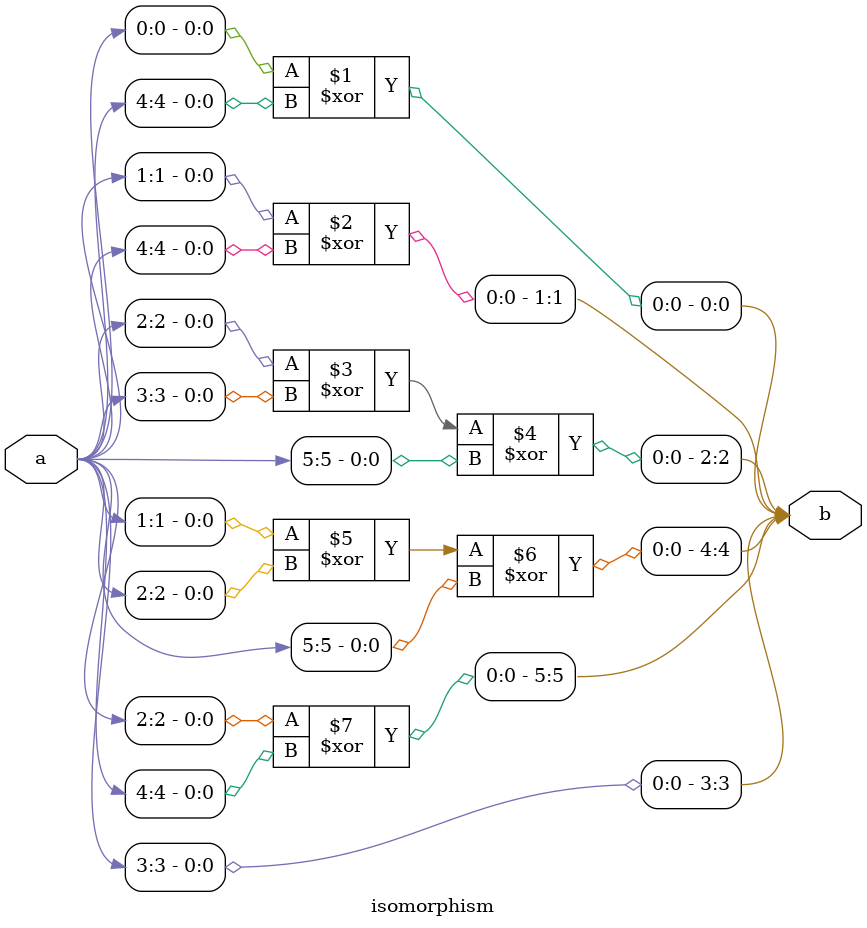
<source format=v>
`timescale 1ns/100ps
module SMS32_38_pp_11_2(x,y);
	 input [5:0] x;
	 output [5:0] y;
	 wire [5:0] w;
	 wire [5:0] p;
	 isomorphism C2 (x,w);
	 power_38 C3 (w,p);
	 inv_isomorphism C4 (p,y);
endmodule

module add_base(a,b,c);
	 input [2:0] a;
	 input [2:0] b;
	 output [2:0] c;
	 assign c[0]=a[0]^b[0];
	 assign c[1]=a[1]^b[1];
	 assign c[2]=a[2]^b[2];
endmodule

module constant_multiplication_base_0(a,b);
	 input [2:0] a;
	 output [2:0] b;
	 assign b[0]=0;
	 assign b[1]=0;
	 assign b[2]=0;
endmodule

module constant_multiplication_base_1(a,b);
	 input [2:0] a;
	 output [2:0] b;
	 assign b[0]=a[0];
	 assign b[1]=a[1];
	 assign b[2]=a[2];
endmodule

module constant_multiplication_base_2(a,b);
	 input [2:0] a;
	 output [2:0] b;
	 assign b[0]=a[2];
	 assign b[1]=a[0];
	 assign b[2]=a[1]^a[2];
endmodule

module constant_multiplication_base_3(a,b);
	 input [2:0] a;
	 output [2:0] b;
	 assign b[0]=a[1]^a[2];
	 assign b[1]=a[2];
	 assign b[2]=a[0]^a[1]^a[2];
endmodule

module constant_multiplication_base_4(a,b);
	 input [2:0] a;
	 output [2:0] b;
	 assign b[0]=a[0]^a[1]^a[2];
	 assign b[1]=a[1]^a[2];
	 assign b[2]=a[0]^a[1];
endmodule

module constant_multiplication_base_5(a,b);
	 input [2:0] a;
	 output [2:0] b;
	 assign b[0]=a[0]^a[1];
	 assign b[1]=a[0]^a[1]^a[2];
	 assign b[2]=a[0]^a[2];
endmodule

module constant_multiplication_base_6(a,b);
	 input [2:0] a;
	 output [2:0] b;
	 assign b[0]=a[0]^a[2];
	 assign b[1]=a[0]^a[1];
	 assign b[2]=a[1];
endmodule

module constant_multiplication_base_7(a,b);
	 input [2:0] a;
	 output [2:0] b;
	 assign b[0]=a[1];
	 assign b[1]=a[0]^a[2];
	 assign b[2]=a[0];
endmodule

module multiplication_base(a,b,c);
	 input [2:0] a;
	 input [2:0] b;
	 output [2:0] c;
	 assign c[0]=(a[0]&b[0])^(a[1]&b[2])^(a[2]&b[1])^(a[2]&b[2]);
	 assign c[1]=(a[0]&b[1])^(a[1]&b[0])^(a[2]&b[2]);
	 assign c[2]=(a[2]&b[0])^(a[1]&b[1])^(a[0]&b[2])^(a[1]&b[2])^(a[2]&b[1])^(a[2]&b[2]);
endmodule

module square_base(a,b);
	 input [2:0] a;
	 output[2:0] b;
	 assign b[0]=a[0]^a[2];
	 assign b[1]=a[2];
	 assign b[2]=a[1]^a[2];
endmodule

module four_base(a,b);
	 input [2:0] a;
	 output[2:0] b;
	 assign b[0]=a[0]^a[1];
	 assign b[1]=a[1]^a[2];
	 assign b[2]=a[1];
endmodule

module three_base(a,b);
	 input [2:0] a;
	 output [2:0] b;
	 assign b[0]=a[0]^a[1]^(a[0]&a[2]);
	 assign b[1]=a[2]^(a[0]&a[2])^(a[0]&a[1]);
	 assign b[2]=a[1]^a[2]^(a[1]&a[2])^(a[0]&a[1]);
endmodule

module six_base(a,b);
	 input [2:0] a;
	 output [2:0] b;
	 assign b[0]=a[0]^a[2]^(a[0]&a[1])^(a[0]&a[2])^(a[1]&a[2]);
	 assign b[1]=a[1]^a[2]^(a[1]&a[2])^(a[0]&a[1]);
	 assign b[2]=a[1]^(a[1]&a[2])^(a[0]&a[2]);
endmodule

module power_38(a,b);
	 input [5:0] a;
	 output [5:0] b;
	 wire [2:0] x_0;
	 wire [2:0] x_1;
	 wire [2:0] x_2;
	 wire [2:0] x_3;
	 wire [2:0] x_4;
	 wire [2:0] x_5;
	 wire [2:0] x_6;
	 wire [2:0] x_7;
	 wire [2:0] y_0;
	 wire [2:0] y_1;
	 wire [2:0] y_2;
	 wire [2:0] y_3;
	 wire [2:0] y_4;
	 wire [2:0] y_5;
	 wire [2:0] w_00;
	 wire [2:0] w_01;
	 wire [2:0] w_02;
	 wire [2:0] w_03;
	 wire [2:0] w_04;
	 wire [2:0] w_05;
	 wire [2:0] w_10;
	 wire [2:0] w_11;
	 wire [2:0] w_12;
	 wire [2:0] w_13;
	 wire [2:0] w_14;
	 wire [2:0] w_15;
	 wire [2:0] z_00;
	 wire [2:0] z_01;
	 wire [2:0] z_02;
	 wire [2:0] z_03;
	 wire [2:0] z_04;
	 wire [2:0] z_10;
	 wire [2:0] z_11;
	 wire [2:0] z_12;
	 wire [2:0] z_13;
	 wire [2:0] z_14;
	 assign x_0[0]=a[0];
	 assign x_0[1]=a[1];
	 assign x_0[2]=a[2];
	 assign x_1[0]=a[3];
	 assign x_1[1]=a[4];
	 assign x_1[2]=a[5];
	 three_base  A1 (x_0,y_0);
	 three_base A2 (x_1,y_1);
	 six_base A3 (x_0,x_2);
	 six_base A4 (x_1,x_3);
	 four_base  A5 (x_0,x_4);
	 four_base A6 (x_1,x_5);
	 square_base  A7 (x_0,x_6);
	 square_base A8 (x_1,x_7);
	 multiplication_base A9 (x_2,x_5,y_2);
	 multiplication_base A10 (x_3,x_4,y_3);
	 multiplication_base A11 (x_6,x_1,y_4);
	 multiplication_base A12 (x_7,x_0,y_5);
	 constant_multiplication_base_1 MC00 (y_0,w_00);
	 constant_multiplication_base_5 MC01 (y_1,w_01);
	 constant_multiplication_base_3 MC02 (y_2,w_02);
	 constant_multiplication_base_1 MC03 (y_3,w_03);
	 constant_multiplication_base_7 MC04 (y_4,w_04);
	 constant_multiplication_base_6 MC05 (y_5,w_05);
	 constant_multiplication_base_0 MC10 (y_0,w_10);
	 constant_multiplication_base_4 MC11 (y_1,w_11);
	 constant_multiplication_base_0 MC12 (y_2,w_12);
	 constant_multiplication_base_7 MC13 (y_3,w_13);
	 constant_multiplication_base_0 MC14 (y_4,w_14);
	 constant_multiplication_base_5 MC15 (y_5,w_15);
	 add_base AB00 (w_00,w_01,z_00);
	 add_base AB01 (w_02,z_00,z_01);
	 add_base AB02 (w_03,z_01,z_02);
	 add_base AB03 (w_04,z_02,z_03);
	 add_base AB04 (w_05,z_03,z_04);
	 add_base AB10 (w_10,w_11,z_10);
	 add_base AB11 (w_12,z_10,z_11);
	 add_base AB12 (w_13,z_11,z_12);
	 add_base AB13 (w_14,z_12,z_13);
	 add_base AB14 (w_15,z_13,z_14);
	 assign b[0]=z_04[0];
	 assign b[1]=z_04[1];
	 assign b[2]=z_04[2];
	 assign b[3]=z_14[0];
	 assign b[4]=z_14[1];
	 assign b[5]=z_14[2];
endmodule

module inv_isomorphism(a,b);
	 input [5:0] a;
	 output [5:0] b;
	 assign b[0]=a[0]^a[1]^a[5];
	 assign b[1]=a[1]^a[3]^a[4];
	 assign b[2]=a[0]^a[2]^a[5];
	 assign b[3]=a[2]^a[3]^a[4]^a[5];
	 assign b[4]=a[2];
	 assign b[5]=a[0]^a[1]^a[2]^a[4];
endmodule

module isomorphism(a,b);
	 input [5:0] a;
	 output [5:0] b;
	 assign b[0]=a[0]^a[4];
	 assign b[1]=a[1]^a[4];
	 assign b[2]=a[2]^a[3]^a[5];
	 assign b[3]=a[3];
	 assign b[4]=a[1]^a[2]^a[5];
	 assign b[5]=a[2]^a[4];
endmodule


</source>
